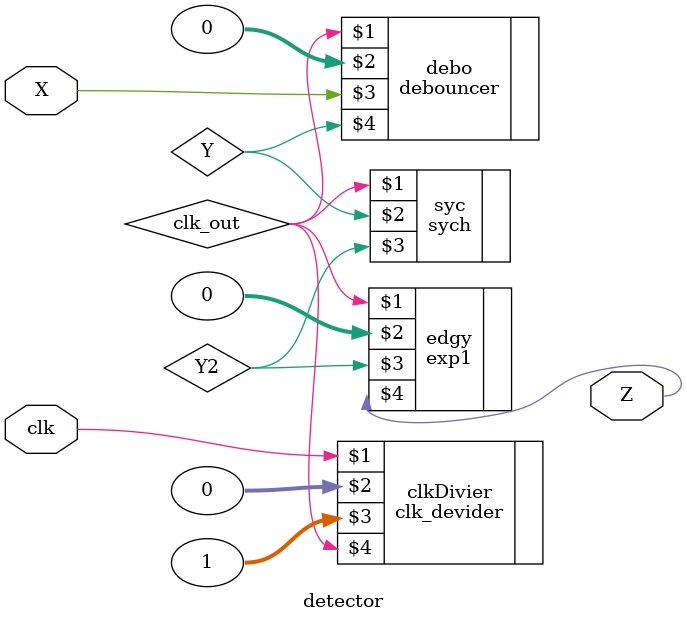
<source format=v>
`timescale 1ns / 1ps


module detector(
    input clk,X, 
    output Z
    );
    wire clk_out;
    wire Y;
    wire Y2;
    clk_devider #(250_000) clkDivier(clk,0,1,clk_out);
    debouncer debo(clk_out,0,X,Y);
    sych syc(clk_out,Y,Y2);
    exp1 edgy(clk_out,0,Y2,Z);
    
endmodule

</source>
